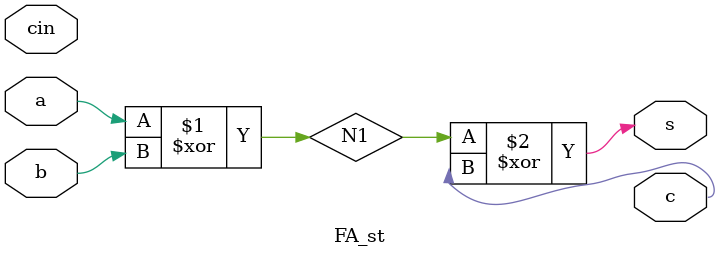
<source format=v>

module FA_st(s,c,a,b,cin);

input	a,b,cin;
output	s,c;

wire 	N1,N2,N3,N4;

xor		xor1(N1,a,b);
xor		xor2(s,N1,c);

and		and1(N2,a,b);
and		and2(N3,b,cin);
and		and3(N4,cin,a);

or		or1(N2,N3,N4);

endmodule
</source>
